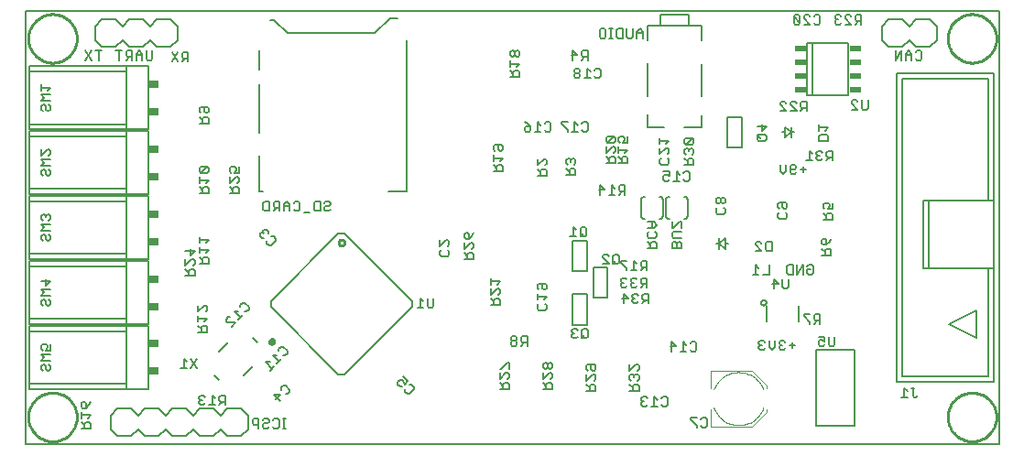
<source format=gbo>
G75*
G70*
%OFA0B0*%
%FSLAX24Y24*%
%IPPOS*%
%LPD*%
%AMOC8*
5,1,8,0,0,1.08239X$1,22.5*
%
%ADD10C,0.0080*%
%ADD11C,0.0060*%
%ADD12C,0.0100*%
%ADD13C,0.0050*%
%ADD14C,0.0040*%
%ADD15R,0.0375X0.0250*%
%ADD16R,0.0433X0.0193*%
D10*
X007843Y005637D02*
X007843Y021385D01*
X043276Y021385D01*
X043276Y005637D01*
X007843Y005637D01*
X010935Y006175D02*
X011185Y005925D01*
X011685Y005925D01*
X011935Y006175D01*
X012185Y005925D01*
X012685Y005925D01*
X012935Y006175D01*
X013185Y005925D01*
X013685Y005925D01*
X013935Y006175D01*
X014185Y005925D01*
X014685Y005925D01*
X014935Y006175D01*
X015185Y005925D01*
X015685Y005925D01*
X015935Y006175D01*
X015935Y006675D01*
X015685Y006925D01*
X015185Y006925D01*
X014935Y006675D01*
X014685Y006925D01*
X014185Y006925D01*
X013935Y006675D01*
X013685Y006925D01*
X013185Y006925D01*
X012935Y006675D01*
X012685Y006925D01*
X012185Y006925D01*
X011935Y006675D01*
X011685Y006925D01*
X011185Y006925D01*
X010935Y006675D01*
X010935Y006175D01*
X014713Y008125D02*
X014880Y007958D01*
X015771Y008125D02*
X016105Y008459D01*
X015214Y009350D02*
X014880Y009016D01*
X016105Y009517D02*
X016272Y009350D01*
X016782Y010626D02*
X019231Y008176D01*
X019454Y008176D01*
X021904Y010626D01*
X021904Y010849D01*
X019454Y013299D01*
X019231Y013299D01*
X016782Y010849D01*
X016782Y010626D01*
X030249Y013922D02*
X030249Y014552D01*
X030249Y014553D02*
X030254Y014569D01*
X030262Y014585D01*
X030272Y014599D01*
X030284Y014611D01*
X030299Y014621D01*
X030315Y014628D01*
X030332Y014632D01*
X030349Y014633D01*
X030367Y014631D01*
X030918Y014631D02*
X030936Y014633D01*
X030953Y014632D01*
X030970Y014628D01*
X030986Y014621D01*
X031001Y014611D01*
X031013Y014599D01*
X031023Y014585D01*
X031031Y014569D01*
X031036Y014553D01*
X031036Y014552D02*
X031036Y013922D01*
X031031Y013906D01*
X031023Y013890D01*
X031013Y013876D01*
X031001Y013864D01*
X030986Y013854D01*
X030970Y013847D01*
X030953Y013843D01*
X030936Y013842D01*
X030918Y013844D01*
X031149Y013922D02*
X031149Y014552D01*
X031149Y014553D02*
X031154Y014569D01*
X031162Y014585D01*
X031172Y014599D01*
X031184Y014611D01*
X031199Y014621D01*
X031215Y014628D01*
X031232Y014632D01*
X031249Y014633D01*
X031267Y014631D01*
X031818Y014631D02*
X031836Y014633D01*
X031853Y014632D01*
X031870Y014628D01*
X031886Y014621D01*
X031901Y014611D01*
X031913Y014599D01*
X031923Y014585D01*
X031931Y014569D01*
X031936Y014553D01*
X031936Y014552D02*
X031936Y013922D01*
X031931Y013906D01*
X031923Y013890D01*
X031913Y013876D01*
X031901Y013864D01*
X031886Y013854D01*
X031870Y013847D01*
X031853Y013843D01*
X031836Y013842D01*
X031818Y013844D01*
X031267Y013844D02*
X031249Y013842D01*
X031232Y013843D01*
X031215Y013847D01*
X031199Y013854D01*
X031184Y013864D01*
X031172Y013876D01*
X031162Y013890D01*
X031154Y013906D01*
X031149Y013922D01*
X030367Y013844D02*
X030349Y013842D01*
X030332Y013843D01*
X030315Y013847D01*
X030299Y013854D01*
X030284Y013864D01*
X030272Y013876D01*
X030262Y013890D01*
X030254Y013906D01*
X030249Y013922D01*
X030481Y017177D02*
X031081Y017177D01*
X031809Y017177D02*
X032449Y017177D01*
X032449Y017591D01*
X032449Y018289D02*
X032449Y019471D01*
X032449Y020335D02*
X032449Y020878D01*
X031977Y020878D01*
X031977Y021272D01*
X030953Y021272D01*
X030953Y020878D01*
X031977Y020878D01*
X030953Y020878D02*
X030481Y020878D01*
X030481Y020325D01*
X030481Y019502D02*
X030481Y018299D01*
X030481Y017621D02*
X030481Y017177D01*
X036295Y018343D02*
X036492Y018343D01*
X036492Y020232D01*
X036295Y020232D01*
X036295Y018343D01*
X036492Y018343D02*
X037791Y018343D01*
X037791Y020232D01*
X036492Y020232D01*
X038999Y020348D02*
X039249Y020098D01*
X039749Y020098D01*
X039999Y020348D01*
X040249Y020098D01*
X040749Y020098D01*
X040999Y020348D01*
X040999Y020848D01*
X040749Y021098D01*
X040249Y021098D01*
X039999Y020848D01*
X039749Y021098D01*
X039249Y021098D01*
X038999Y020848D01*
X038999Y020348D01*
X013376Y020348D02*
X013376Y020848D01*
X013126Y021098D01*
X012626Y021098D01*
X012376Y020848D01*
X012126Y021098D01*
X011626Y021098D01*
X011376Y020848D01*
X011126Y021098D01*
X010626Y021098D01*
X010376Y020848D01*
X010376Y020348D01*
X010626Y020098D01*
X011126Y020098D01*
X011376Y020348D01*
X011626Y020098D01*
X012126Y020098D01*
X012376Y020348D01*
X012626Y020098D01*
X013126Y020098D01*
X013376Y020348D01*
D11*
X013394Y019908D02*
X013168Y019567D01*
X013394Y019567D02*
X013168Y019908D01*
X013536Y019851D02*
X013536Y019738D01*
X013593Y019681D01*
X013763Y019681D01*
X013763Y019567D02*
X013763Y019908D01*
X013593Y019908D01*
X013536Y019851D01*
X013649Y019681D02*
X013536Y019567D01*
X012463Y019674D02*
X012463Y019958D01*
X012236Y019958D02*
X012236Y019674D01*
X012293Y019617D01*
X012406Y019617D01*
X012463Y019674D01*
X012094Y019617D02*
X012094Y019844D01*
X011981Y019958D01*
X011868Y019844D01*
X011868Y019617D01*
X011726Y019617D02*
X011726Y019958D01*
X011556Y019958D01*
X011499Y019901D01*
X011499Y019788D01*
X011556Y019731D01*
X011726Y019731D01*
X011613Y019731D02*
X011499Y019617D01*
X011244Y019617D02*
X011244Y019958D01*
X011131Y019958D02*
X011358Y019958D01*
X011868Y019788D02*
X012094Y019788D01*
X010613Y019958D02*
X010386Y019958D01*
X010499Y019958D02*
X010499Y019617D01*
X010244Y019617D02*
X010018Y019958D01*
X010244Y019958D02*
X010018Y019617D01*
X008411Y018724D02*
X008411Y018497D01*
X008411Y018611D02*
X008751Y018611D01*
X008638Y018497D01*
X008751Y018356D02*
X008411Y018356D01*
X008524Y018242D01*
X008411Y018129D01*
X008751Y018129D01*
X008695Y017987D02*
X008751Y017931D01*
X008751Y017817D01*
X008695Y017760D01*
X008638Y017760D01*
X008581Y017817D01*
X008581Y017931D01*
X008524Y017987D01*
X008468Y017987D01*
X008411Y017931D01*
X008411Y017817D01*
X008468Y017760D01*
X008411Y016362D02*
X008411Y016135D01*
X008638Y016362D01*
X008695Y016362D01*
X008751Y016305D01*
X008751Y016192D01*
X008695Y016135D01*
X008751Y015993D02*
X008411Y015993D01*
X008524Y015880D01*
X008411Y015767D01*
X008751Y015767D01*
X008695Y015625D02*
X008751Y015568D01*
X008751Y015455D01*
X008695Y015398D01*
X008638Y015398D01*
X008581Y015455D01*
X008581Y015568D01*
X008524Y015625D01*
X008468Y015625D01*
X008411Y015568D01*
X008411Y015455D01*
X008468Y015398D01*
X008468Y014000D02*
X008411Y013943D01*
X008411Y013829D01*
X008468Y013773D01*
X008411Y013631D02*
X008751Y013631D01*
X008695Y013773D02*
X008751Y013829D01*
X008751Y013943D01*
X008695Y014000D01*
X008638Y014000D01*
X008581Y013943D01*
X008524Y014000D01*
X008468Y014000D01*
X008581Y013943D02*
X008581Y013886D01*
X008411Y013631D02*
X008524Y013518D01*
X008411Y013404D01*
X008751Y013404D01*
X008695Y013263D02*
X008751Y013206D01*
X008751Y013093D01*
X008695Y013036D01*
X008638Y013036D01*
X008581Y013093D01*
X008581Y013206D01*
X008524Y013263D01*
X008468Y013263D01*
X008411Y013206D01*
X008411Y013093D01*
X008468Y013036D01*
X008581Y011637D02*
X008581Y011411D01*
X008751Y011581D01*
X008411Y011581D01*
X008411Y011269D02*
X008751Y011269D01*
X008751Y011042D02*
X008411Y011042D01*
X008524Y011156D01*
X008411Y011269D01*
X008468Y010901D02*
X008411Y010844D01*
X008411Y010731D01*
X008468Y010674D01*
X008581Y010731D02*
X008581Y010844D01*
X008524Y010901D01*
X008468Y010901D01*
X008581Y010731D02*
X008638Y010674D01*
X008695Y010674D01*
X008751Y010731D01*
X008751Y010844D01*
X008695Y010901D01*
X008751Y009275D02*
X008751Y009048D01*
X008581Y009048D01*
X008638Y009162D01*
X008638Y009218D01*
X008581Y009275D01*
X008468Y009275D01*
X008411Y009218D01*
X008411Y009105D01*
X008468Y009048D01*
X008411Y008907D02*
X008751Y008907D01*
X008751Y008680D02*
X008411Y008680D01*
X008524Y008793D01*
X008411Y008907D01*
X008468Y008539D02*
X008411Y008482D01*
X008411Y008368D01*
X008468Y008312D01*
X008581Y008368D02*
X008581Y008482D01*
X008524Y008539D01*
X008468Y008539D01*
X008581Y008368D02*
X008638Y008312D01*
X008695Y008312D01*
X008751Y008368D01*
X008751Y008482D01*
X008695Y008539D01*
X009929Y007176D02*
X009986Y007176D01*
X010043Y007119D01*
X010043Y006949D01*
X009929Y006949D01*
X009873Y007006D01*
X009873Y007119D01*
X009929Y007176D01*
X010156Y007063D02*
X010043Y006949D01*
X010156Y007063D02*
X010213Y007176D01*
X009873Y006808D02*
X009873Y006581D01*
X009873Y006694D02*
X010213Y006694D01*
X010100Y006581D01*
X010156Y006439D02*
X010043Y006439D01*
X009986Y006383D01*
X009986Y006212D01*
X009873Y006212D02*
X010213Y006212D01*
X010213Y006383D01*
X010156Y006439D01*
X009986Y006326D02*
X009873Y006439D01*
X013494Y008405D02*
X013721Y008405D01*
X013608Y008405D02*
X013608Y008745D01*
X013721Y008632D01*
X013863Y008745D02*
X014090Y008405D01*
X013863Y008405D02*
X014090Y008745D01*
X014123Y009717D02*
X014463Y009717D01*
X014463Y009888D01*
X014406Y009944D01*
X014293Y009944D01*
X014236Y009888D01*
X014236Y009717D01*
X014236Y009831D02*
X014123Y009944D01*
X014123Y010086D02*
X014123Y010313D01*
X014123Y010199D02*
X014463Y010199D01*
X014350Y010086D01*
X014406Y010454D02*
X014463Y010511D01*
X014463Y010624D01*
X014406Y010681D01*
X014350Y010681D01*
X014123Y010454D01*
X014123Y010681D01*
X015133Y010182D02*
X015213Y010262D01*
X015293Y010262D01*
X015133Y010182D02*
X015133Y010102D01*
X015173Y010061D01*
X015494Y010061D01*
X015333Y009901D01*
X015594Y010161D02*
X015754Y010322D01*
X015674Y010242D02*
X015433Y010482D01*
X015594Y010482D01*
X015654Y010622D02*
X015654Y010703D01*
X015734Y010783D01*
X015814Y010783D01*
X015974Y010622D01*
X015974Y010542D01*
X015894Y010462D01*
X015814Y010462D01*
X017134Y009183D02*
X017214Y009183D01*
X017374Y009022D01*
X017374Y008942D01*
X017294Y008862D01*
X017214Y008862D01*
X017154Y008722D02*
X016994Y008561D01*
X017074Y008642D02*
X016833Y008882D01*
X016994Y008882D01*
X017054Y009022D02*
X017054Y009103D01*
X017134Y009183D01*
X016733Y008622D02*
X016573Y008622D01*
X016813Y008381D01*
X016894Y008461D02*
X016733Y008301D01*
X017223Y007772D02*
X017304Y007772D01*
X017464Y007612D01*
X017464Y007532D01*
X017384Y007452D01*
X017304Y007452D01*
X017123Y007432D02*
X016963Y007271D01*
X017123Y007191D02*
X016883Y007432D01*
X017123Y007432D01*
X017143Y007612D02*
X017143Y007692D01*
X017223Y007772D01*
X017200Y006558D02*
X017313Y006558D01*
X017257Y006558D02*
X017257Y006217D01*
X017313Y006217D02*
X017200Y006217D01*
X017068Y006274D02*
X017011Y006217D01*
X016898Y006217D01*
X016841Y006274D01*
X016699Y006274D02*
X016643Y006217D01*
X016529Y006217D01*
X016473Y006274D01*
X016473Y006331D01*
X016529Y006388D01*
X016643Y006388D01*
X016699Y006444D01*
X016699Y006501D01*
X016643Y006558D01*
X016529Y006558D01*
X016473Y006501D01*
X016331Y006558D02*
X016161Y006558D01*
X016104Y006501D01*
X016104Y006388D01*
X016161Y006331D01*
X016331Y006331D01*
X016331Y006217D02*
X016331Y006558D01*
X016841Y006501D02*
X016898Y006558D01*
X017011Y006558D01*
X017068Y006501D01*
X017068Y006274D01*
X015118Y007067D02*
X015118Y007408D01*
X014948Y007408D01*
X014891Y007351D01*
X014891Y007238D01*
X014948Y007181D01*
X015118Y007181D01*
X015004Y007181D02*
X014891Y007067D01*
X014749Y007067D02*
X014523Y007067D01*
X014636Y007067D02*
X014636Y007408D01*
X014749Y007294D01*
X014381Y007351D02*
X014324Y007408D01*
X014211Y007408D01*
X014154Y007351D01*
X014154Y007294D01*
X014211Y007238D01*
X014154Y007181D01*
X014154Y007124D01*
X014211Y007067D01*
X014324Y007067D01*
X014381Y007124D01*
X014268Y007238D02*
X014211Y007238D01*
X021397Y007807D02*
X021477Y007727D01*
X021557Y007727D01*
X021637Y007807D02*
X021597Y007927D01*
X021557Y007967D01*
X021477Y007967D01*
X021397Y007887D01*
X021397Y007807D01*
X021637Y007807D02*
X021757Y007927D01*
X021597Y008088D01*
X021817Y007787D02*
X021898Y007787D01*
X021978Y007707D01*
X021978Y007627D01*
X021817Y007466D01*
X021737Y007466D01*
X021657Y007546D01*
X021657Y007627D01*
X025102Y007630D02*
X025442Y007630D01*
X025442Y007800D01*
X025385Y007856D01*
X025272Y007856D01*
X025215Y007800D01*
X025215Y007630D01*
X025215Y007743D02*
X025102Y007856D01*
X025102Y007998D02*
X025329Y008225D01*
X025385Y008225D01*
X025442Y008168D01*
X025442Y008055D01*
X025385Y007998D01*
X025102Y007998D02*
X025102Y008225D01*
X025102Y008366D02*
X025159Y008366D01*
X025385Y008593D01*
X025442Y008593D01*
X025442Y008366D01*
X025561Y009217D02*
X025674Y009217D01*
X025731Y009274D01*
X025731Y009331D01*
X025674Y009388D01*
X025561Y009388D01*
X025504Y009331D01*
X025504Y009274D01*
X025561Y009217D01*
X025561Y009388D02*
X025504Y009444D01*
X025504Y009501D01*
X025561Y009558D01*
X025674Y009558D01*
X025731Y009501D01*
X025731Y009444D01*
X025674Y009388D01*
X025873Y009388D02*
X025929Y009331D01*
X026099Y009331D01*
X025986Y009331D02*
X025873Y009217D01*
X025873Y009388D02*
X025873Y009501D01*
X025929Y009558D01*
X026099Y009558D01*
X026099Y009217D01*
X026733Y008593D02*
X026677Y008536D01*
X026677Y008423D01*
X026733Y008366D01*
X026790Y008366D01*
X026847Y008423D01*
X026847Y008536D01*
X026790Y008593D01*
X026733Y008593D01*
X026847Y008536D02*
X026904Y008593D01*
X026960Y008593D01*
X027017Y008536D01*
X027017Y008423D01*
X026960Y008366D01*
X026904Y008366D01*
X026847Y008423D01*
X026904Y008225D02*
X026960Y008225D01*
X027017Y008168D01*
X027017Y008055D01*
X026960Y007998D01*
X026960Y007856D02*
X026847Y007856D01*
X026790Y007800D01*
X026790Y007630D01*
X026790Y007743D02*
X026677Y007856D01*
X026677Y007998D02*
X026904Y008225D01*
X026677Y008225D02*
X026677Y007998D01*
X026960Y007856D02*
X027017Y007800D01*
X027017Y007630D01*
X026677Y007630D01*
X028252Y007580D02*
X028592Y007580D01*
X028592Y007750D01*
X028535Y007806D01*
X028422Y007806D01*
X028365Y007750D01*
X028365Y007580D01*
X028365Y007693D02*
X028252Y007806D01*
X028252Y007948D02*
X028478Y008175D01*
X028535Y008175D01*
X028592Y008118D01*
X028592Y008005D01*
X028535Y007948D01*
X028252Y007948D02*
X028252Y008175D01*
X028308Y008316D02*
X028252Y008373D01*
X028252Y008486D01*
X028308Y008543D01*
X028535Y008543D01*
X028592Y008486D01*
X028592Y008373D01*
X028535Y008316D01*
X028478Y008316D01*
X028422Y008373D01*
X028422Y008543D01*
X028253Y009493D02*
X028310Y009549D01*
X028310Y009776D01*
X028253Y009833D01*
X028140Y009833D01*
X028083Y009776D01*
X028083Y009549D01*
X028140Y009493D01*
X028253Y009493D01*
X028197Y009606D02*
X028083Y009493D01*
X027942Y009549D02*
X027885Y009493D01*
X027772Y009493D01*
X027715Y009549D01*
X027715Y009606D01*
X027772Y009663D01*
X027828Y009663D01*
X027772Y009663D02*
X027715Y009719D01*
X027715Y009776D01*
X027772Y009833D01*
X027885Y009833D01*
X027942Y009776D01*
X027758Y009980D02*
X028278Y009980D01*
X028278Y011100D01*
X027758Y011100D01*
X027758Y009980D01*
X026813Y010574D02*
X026756Y010517D01*
X026529Y010517D01*
X026473Y010574D01*
X026473Y010688D01*
X026529Y010744D01*
X026473Y010886D02*
X026473Y011113D01*
X026473Y010999D02*
X026813Y010999D01*
X026700Y010886D01*
X026756Y010744D02*
X026813Y010688D01*
X026813Y010574D01*
X026756Y011254D02*
X026700Y011254D01*
X026643Y011311D01*
X026643Y011481D01*
X026756Y011481D02*
X026813Y011424D01*
X026813Y011311D01*
X026756Y011254D01*
X026529Y011254D02*
X026473Y011311D01*
X026473Y011424D01*
X026529Y011481D01*
X026756Y011481D01*
X027758Y011931D02*
X028278Y011931D01*
X028278Y013051D01*
X027758Y013051D01*
X027758Y011931D01*
X028508Y012075D02*
X028508Y010955D01*
X029028Y010955D01*
X029028Y012075D01*
X028508Y012075D01*
X028840Y012193D02*
X029067Y012193D01*
X028840Y012419D01*
X028840Y012476D01*
X028896Y012533D01*
X029010Y012533D01*
X029067Y012476D01*
X029208Y012476D02*
X029208Y012249D01*
X029265Y012193D01*
X029378Y012193D01*
X029435Y012249D01*
X029435Y012476D01*
X029378Y012533D01*
X029265Y012533D01*
X029208Y012476D01*
X029321Y012306D02*
X029208Y012193D01*
X029499Y012248D02*
X029726Y012021D01*
X029726Y011964D01*
X029867Y011964D02*
X030094Y011964D01*
X029981Y011964D02*
X029981Y012305D01*
X030094Y012191D01*
X030236Y012134D02*
X030292Y012078D01*
X030462Y012078D01*
X030349Y012078D02*
X030236Y011964D01*
X030236Y012134D02*
X030236Y012248D01*
X030292Y012305D01*
X030462Y012305D01*
X030462Y011964D01*
X030462Y011680D02*
X030292Y011680D01*
X030236Y011623D01*
X030236Y011510D01*
X030292Y011453D01*
X030462Y011453D01*
X030349Y011453D02*
X030236Y011339D01*
X030094Y011396D02*
X030037Y011339D01*
X029924Y011339D01*
X029867Y011396D01*
X029867Y011453D01*
X029924Y011510D01*
X029981Y011510D01*
X029924Y011510D02*
X029867Y011566D01*
X029867Y011623D01*
X029924Y011680D01*
X030037Y011680D01*
X030094Y011623D01*
X029726Y011623D02*
X029669Y011680D01*
X029556Y011680D01*
X029499Y011623D01*
X029499Y011566D01*
X029556Y011510D01*
X029499Y011453D01*
X029499Y011396D01*
X029556Y011339D01*
X029669Y011339D01*
X029726Y011396D01*
X029612Y011510D02*
X029556Y011510D01*
X029606Y011105D02*
X029776Y010935D01*
X029549Y010935D01*
X029606Y010765D02*
X029606Y011105D01*
X029917Y011048D02*
X029917Y010992D01*
X029974Y010935D01*
X029917Y010878D01*
X029917Y010821D01*
X029974Y010765D01*
X030087Y010765D01*
X030144Y010821D01*
X030286Y010765D02*
X030399Y010878D01*
X030342Y010878D02*
X030512Y010878D01*
X030512Y010765D02*
X030512Y011105D01*
X030342Y011105D01*
X030286Y011048D01*
X030286Y010935D01*
X030342Y010878D01*
X030144Y011048D02*
X030087Y011105D01*
X029974Y011105D01*
X029917Y011048D01*
X029974Y010935D02*
X030031Y010935D01*
X030462Y011339D02*
X030462Y011680D01*
X029499Y012248D02*
X029499Y012305D01*
X029726Y012305D01*
X030473Y012762D02*
X030813Y012762D01*
X030813Y012933D01*
X030756Y012989D01*
X030643Y012989D01*
X030586Y012933D01*
X030586Y012762D01*
X030586Y012876D02*
X030473Y012989D01*
X030529Y013131D02*
X030473Y013187D01*
X030473Y013301D01*
X030529Y013358D01*
X030473Y013499D02*
X030700Y013499D01*
X030813Y013613D01*
X030700Y013726D01*
X030473Y013726D01*
X030643Y013726D02*
X030643Y013499D01*
X030756Y013358D02*
X030813Y013301D01*
X030813Y013187D01*
X030756Y013131D01*
X030529Y013131D01*
X031373Y013187D02*
X031429Y013131D01*
X031713Y013131D01*
X031656Y012989D02*
X031600Y012989D01*
X031543Y012933D01*
X031543Y012762D01*
X031373Y012762D02*
X031713Y012762D01*
X031713Y012933D01*
X031656Y012989D01*
X031543Y012933D02*
X031486Y012989D01*
X031429Y012989D01*
X031373Y012933D01*
X031373Y012762D01*
X031373Y013187D02*
X031373Y013301D01*
X031429Y013358D01*
X031713Y013358D01*
X031713Y013499D02*
X031713Y013726D01*
X031656Y013726D01*
X031429Y013499D01*
X031373Y013499D01*
X031373Y013726D01*
X032973Y014074D02*
X033029Y014017D01*
X033256Y014017D01*
X033313Y014074D01*
X033313Y014188D01*
X033256Y014244D01*
X033256Y014386D02*
X033200Y014386D01*
X033143Y014442D01*
X033143Y014556D01*
X033086Y014613D01*
X033029Y014613D01*
X032973Y014556D01*
X032973Y014442D01*
X033029Y014386D01*
X033086Y014386D01*
X033143Y014442D01*
X033143Y014556D02*
X033200Y014613D01*
X033256Y014613D01*
X033313Y014556D01*
X033313Y014442D01*
X033256Y014386D01*
X033029Y014244D02*
X032973Y014188D01*
X032973Y014074D01*
X031961Y015217D02*
X031848Y015217D01*
X031791Y015274D01*
X031649Y015217D02*
X031423Y015217D01*
X031536Y015217D02*
X031536Y015558D01*
X031649Y015444D01*
X031791Y015501D02*
X031848Y015558D01*
X031961Y015558D01*
X032018Y015501D01*
X032018Y015274D01*
X031961Y015217D01*
X031281Y015274D02*
X031224Y015217D01*
X031111Y015217D01*
X031054Y015274D01*
X031054Y015388D01*
X031111Y015444D01*
X031168Y015444D01*
X031281Y015388D01*
X031281Y015558D01*
X031054Y015558D01*
X030979Y015817D02*
X030923Y015874D01*
X030923Y015988D01*
X030979Y016044D01*
X030923Y016186D02*
X031150Y016413D01*
X031206Y016413D01*
X031263Y016356D01*
X031263Y016242D01*
X031206Y016186D01*
X031206Y016044D02*
X031263Y015988D01*
X031263Y015874D01*
X031206Y015817D01*
X030979Y015817D01*
X030923Y016186D02*
X030923Y016413D01*
X030923Y016554D02*
X030923Y016781D01*
X030923Y016667D02*
X031263Y016667D01*
X031150Y016554D01*
X031823Y016606D02*
X031823Y016719D01*
X031879Y016776D01*
X032106Y016776D01*
X031879Y016549D01*
X031823Y016606D01*
X031879Y016549D02*
X032106Y016549D01*
X032163Y016606D01*
X032163Y016719D01*
X032106Y016776D01*
X032106Y016408D02*
X032050Y016408D01*
X031993Y016351D01*
X031936Y016408D01*
X031879Y016408D01*
X031823Y016351D01*
X031823Y016237D01*
X031879Y016181D01*
X031823Y016039D02*
X031936Y015926D01*
X031936Y015983D02*
X031936Y015812D01*
X031823Y015812D02*
X032163Y015812D01*
X032163Y015983D01*
X032106Y016039D01*
X031993Y016039D01*
X031936Y015983D01*
X032106Y016181D02*
X032163Y016237D01*
X032163Y016351D01*
X032106Y016408D01*
X031993Y016351D02*
X031993Y016294D01*
X033383Y016427D02*
X033903Y016427D01*
X033903Y017547D01*
X033383Y017547D01*
X033383Y016427D01*
X034473Y016724D02*
X034529Y016667D01*
X034756Y016667D01*
X034813Y016724D01*
X034813Y016838D01*
X034756Y016894D01*
X034529Y016894D01*
X034473Y016838D01*
X034473Y016724D01*
X034586Y016781D02*
X034473Y016894D01*
X034643Y017036D02*
X034643Y017263D01*
X034473Y017206D02*
X034813Y017206D01*
X034643Y017036D01*
X035304Y017767D02*
X035531Y017767D01*
X035304Y017994D01*
X035304Y018051D01*
X035361Y018108D01*
X035474Y018108D01*
X035531Y018051D01*
X035673Y018051D02*
X035729Y018108D01*
X035843Y018108D01*
X035899Y018051D01*
X036041Y018051D02*
X036041Y017938D01*
X036098Y017881D01*
X036268Y017881D01*
X036268Y017767D02*
X036268Y018108D01*
X036098Y018108D01*
X036041Y018051D01*
X036154Y017881D02*
X036041Y017767D01*
X035899Y017767D02*
X035673Y017994D01*
X035673Y018051D01*
X035673Y017767D02*
X035899Y017767D01*
X036723Y017276D02*
X036723Y017049D01*
X036723Y017163D02*
X037063Y017163D01*
X036950Y017049D01*
X037006Y016908D02*
X036779Y016908D01*
X036723Y016851D01*
X036723Y016681D01*
X037063Y016681D01*
X037063Y016851D01*
X037006Y016908D01*
X037048Y016308D02*
X036991Y016251D01*
X036991Y016138D01*
X037048Y016081D01*
X037218Y016081D01*
X037218Y015967D02*
X037218Y016308D01*
X037048Y016308D01*
X036849Y016251D02*
X036793Y016308D01*
X036679Y016308D01*
X036623Y016251D01*
X036623Y016194D01*
X036679Y016138D01*
X036623Y016081D01*
X036623Y016024D01*
X036679Y015967D01*
X036793Y015967D01*
X036849Y016024D01*
X036991Y015967D02*
X037104Y016081D01*
X036736Y016138D02*
X036679Y016138D01*
X036481Y016194D02*
X036368Y016308D01*
X036368Y015967D01*
X036481Y015967D02*
X036254Y015967D01*
X036149Y015751D02*
X036149Y015524D01*
X036036Y015638D02*
X036263Y015638D01*
X035894Y015694D02*
X035838Y015638D01*
X035668Y015638D01*
X035668Y015751D02*
X035724Y015808D01*
X035838Y015808D01*
X035894Y015751D01*
X035894Y015694D01*
X035894Y015524D02*
X035838Y015467D01*
X035724Y015467D01*
X035668Y015524D01*
X035668Y015751D01*
X035526Y015808D02*
X035526Y015581D01*
X035413Y015467D01*
X035299Y015581D01*
X035299Y015808D01*
X035279Y014426D02*
X035506Y014426D01*
X035563Y014369D01*
X035563Y014256D01*
X035506Y014199D01*
X035450Y014199D01*
X035393Y014256D01*
X035393Y014426D01*
X035279Y014426D02*
X035223Y014369D01*
X035223Y014256D01*
X035279Y014199D01*
X035279Y014058D02*
X035223Y014001D01*
X035223Y013887D01*
X035279Y013831D01*
X035506Y013831D01*
X035563Y013887D01*
X035563Y014001D01*
X035506Y014058D01*
X036873Y014044D02*
X036986Y013931D01*
X036986Y013988D02*
X036986Y013817D01*
X036873Y013817D02*
X037213Y013817D01*
X037213Y013988D01*
X037156Y014044D01*
X037043Y014044D01*
X036986Y013988D01*
X036929Y014186D02*
X036873Y014242D01*
X036873Y014356D01*
X036929Y014413D01*
X037043Y014413D01*
X037100Y014356D01*
X037100Y014299D01*
X037043Y014186D01*
X037213Y014186D01*
X037213Y014413D01*
X037163Y013113D02*
X037106Y012999D01*
X036993Y012886D01*
X036993Y013056D01*
X036936Y013113D01*
X036879Y013113D01*
X036823Y013056D01*
X036823Y012942D01*
X036879Y012886D01*
X036993Y012886D01*
X036993Y012744D02*
X036936Y012688D01*
X036936Y012517D01*
X036823Y012517D02*
X037163Y012517D01*
X037163Y012688D01*
X037106Y012744D01*
X036993Y012744D01*
X036936Y012631D02*
X036823Y012744D01*
X036456Y012158D02*
X036513Y012101D01*
X036513Y011874D01*
X036456Y011817D01*
X036343Y011817D01*
X036286Y011874D01*
X036286Y011988D01*
X036399Y011988D01*
X036286Y012101D02*
X036343Y012158D01*
X036456Y012158D01*
X036144Y012158D02*
X035918Y011817D01*
X035918Y012158D01*
X035776Y012158D02*
X035606Y012158D01*
X035549Y012101D01*
X035549Y011874D01*
X035606Y011817D01*
X035776Y011817D01*
X035776Y012158D01*
X036144Y012158D02*
X036144Y011817D01*
X035603Y011644D02*
X035603Y011360D01*
X035547Y011303D01*
X035433Y011303D01*
X035376Y011360D01*
X035376Y011644D01*
X035235Y011473D02*
X035008Y011473D01*
X035065Y011303D02*
X035065Y011644D01*
X035235Y011473D01*
X034899Y011817D02*
X034673Y011817D01*
X034531Y011817D02*
X034304Y011817D01*
X034418Y011817D02*
X034418Y012158D01*
X034531Y012044D01*
X034899Y012158D02*
X034899Y011817D01*
X034829Y012667D02*
X034773Y012724D01*
X034773Y012951D01*
X034829Y013008D01*
X034999Y013008D01*
X034999Y012667D01*
X034829Y012667D01*
X034631Y012667D02*
X034404Y012894D01*
X034404Y012951D01*
X034461Y013008D01*
X034574Y013008D01*
X034631Y012951D01*
X034631Y012667D02*
X034404Y012667D01*
X036168Y010358D02*
X036168Y010301D01*
X036394Y010074D01*
X036394Y010017D01*
X036536Y010017D02*
X036649Y010131D01*
X036593Y010131D02*
X036763Y010131D01*
X036763Y010017D02*
X036763Y010358D01*
X036593Y010358D01*
X036536Y010301D01*
X036536Y010188D01*
X036593Y010131D01*
X036394Y010358D02*
X036168Y010358D01*
X036700Y009539D02*
X036927Y009539D01*
X036927Y009369D01*
X036813Y009426D01*
X036757Y009426D01*
X036700Y009369D01*
X036700Y009256D01*
X036757Y009199D01*
X036870Y009199D01*
X036927Y009256D01*
X037068Y009256D02*
X037068Y009539D01*
X037295Y009539D02*
X037295Y009256D01*
X037238Y009199D01*
X037125Y009199D01*
X037068Y009256D01*
X035863Y009238D02*
X035636Y009238D01*
X035749Y009351D02*
X035749Y009124D01*
X035494Y009124D02*
X035438Y009067D01*
X035324Y009067D01*
X035268Y009124D01*
X035268Y009181D01*
X035324Y009238D01*
X035381Y009238D01*
X035324Y009238D02*
X035268Y009294D01*
X035268Y009351D01*
X035324Y009408D01*
X035438Y009408D01*
X035494Y009351D01*
X035126Y009408D02*
X035126Y009181D01*
X035013Y009067D01*
X034899Y009181D01*
X034899Y009408D01*
X034758Y009351D02*
X034701Y009408D01*
X034588Y009408D01*
X034531Y009351D01*
X034531Y009294D01*
X034588Y009238D01*
X034531Y009181D01*
X034531Y009124D01*
X034588Y009067D01*
X034701Y009067D01*
X034758Y009124D01*
X034644Y009238D02*
X034588Y009238D01*
X032263Y009301D02*
X032263Y009074D01*
X032206Y009017D01*
X032093Y009017D01*
X032036Y009074D01*
X031894Y009017D02*
X031668Y009017D01*
X031781Y009017D02*
X031781Y009358D01*
X031894Y009244D01*
X032036Y009301D02*
X032093Y009358D01*
X032206Y009358D01*
X032263Y009301D01*
X031526Y009188D02*
X031299Y009188D01*
X031356Y009358D02*
X031526Y009188D01*
X031356Y009358D02*
X031356Y009017D01*
X030167Y008486D02*
X030167Y008373D01*
X030110Y008316D01*
X030110Y008175D02*
X030053Y008175D01*
X029996Y008118D01*
X029940Y008175D01*
X029883Y008175D01*
X029826Y008118D01*
X029826Y008005D01*
X029883Y007948D01*
X029826Y007806D02*
X029940Y007693D01*
X029940Y007750D02*
X029940Y007580D01*
X029826Y007580D02*
X030167Y007580D01*
X030167Y007750D01*
X030110Y007806D01*
X029996Y007806D01*
X029940Y007750D01*
X030110Y007948D02*
X030167Y008005D01*
X030167Y008118D01*
X030110Y008175D01*
X029996Y008118D02*
X029996Y008061D01*
X029826Y008316D02*
X030053Y008543D01*
X030110Y008543D01*
X030167Y008486D01*
X029826Y008543D02*
X029826Y008316D01*
X030306Y007358D02*
X030249Y007301D01*
X030249Y007244D01*
X030306Y007188D01*
X030249Y007131D01*
X030249Y007074D01*
X030306Y007017D01*
X030419Y007017D01*
X030476Y007074D01*
X030618Y007017D02*
X030844Y007017D01*
X030731Y007017D02*
X030731Y007358D01*
X030844Y007244D01*
X030986Y007301D02*
X031043Y007358D01*
X031156Y007358D01*
X031213Y007301D01*
X031213Y007074D01*
X031156Y007017D01*
X031043Y007017D01*
X030986Y007074D01*
X030476Y007301D02*
X030419Y007358D01*
X030306Y007358D01*
X030306Y007188D02*
X030363Y007188D01*
X032041Y006590D02*
X032041Y006534D01*
X032268Y006307D01*
X032268Y006250D01*
X032410Y006307D02*
X032466Y006250D01*
X032580Y006250D01*
X032636Y006307D01*
X032636Y006534D01*
X032580Y006590D01*
X032466Y006590D01*
X032410Y006534D01*
X032268Y006590D02*
X032041Y006590D01*
X025113Y010712D02*
X025113Y010883D01*
X025056Y010939D01*
X024943Y010939D01*
X024886Y010883D01*
X024886Y010712D01*
X024773Y010712D02*
X025113Y010712D01*
X024886Y010826D02*
X024773Y010939D01*
X024773Y011081D02*
X025000Y011308D01*
X025056Y011308D01*
X025113Y011251D01*
X025113Y011137D01*
X025056Y011081D01*
X024773Y011081D02*
X024773Y011308D01*
X024773Y011449D02*
X024773Y011676D01*
X024773Y011563D02*
X025113Y011563D01*
X025000Y011449D01*
X024152Y012366D02*
X024152Y012536D01*
X024096Y012593D01*
X023982Y012593D01*
X023926Y012536D01*
X023926Y012366D01*
X023926Y012480D02*
X023812Y012593D01*
X023812Y012735D02*
X024039Y012961D01*
X024096Y012961D01*
X024152Y012905D01*
X024152Y012791D01*
X024096Y012735D01*
X023812Y012735D02*
X023812Y012961D01*
X023869Y013103D02*
X023812Y013160D01*
X023812Y013273D01*
X023869Y013330D01*
X023926Y013330D01*
X023982Y013273D01*
X023982Y013103D01*
X023869Y013103D01*
X023982Y013103D02*
X024096Y013216D01*
X024152Y013330D01*
X023263Y013006D02*
X023263Y012892D01*
X023206Y012836D01*
X023206Y012694D02*
X023263Y012638D01*
X023263Y012524D01*
X023206Y012467D01*
X022979Y012467D01*
X022923Y012524D01*
X022923Y012638D01*
X022979Y012694D01*
X022923Y012836D02*
X023150Y013063D01*
X023206Y013063D01*
X023263Y013006D01*
X022923Y013063D02*
X022923Y012836D01*
X023812Y012366D02*
X024152Y012366D01*
X022696Y010949D02*
X022696Y010665D01*
X022639Y010608D01*
X022526Y010608D01*
X022469Y010665D01*
X022469Y010949D01*
X022328Y010835D02*
X022214Y010949D01*
X022214Y010608D01*
X022101Y010608D02*
X022328Y010608D01*
X016947Y013030D02*
X016786Y012870D01*
X016706Y012870D01*
X016626Y012950D01*
X016626Y013030D01*
X016526Y013130D02*
X016446Y013130D01*
X016366Y013211D01*
X016366Y013291D01*
X016406Y013331D01*
X016486Y013331D01*
X016526Y013291D01*
X016486Y013331D02*
X016486Y013411D01*
X016526Y013451D01*
X016606Y013451D01*
X016686Y013371D01*
X016686Y013291D01*
X016786Y013191D02*
X016867Y013191D01*
X016947Y013111D01*
X016947Y013030D01*
X016866Y014126D02*
X016979Y014239D01*
X016923Y014239D02*
X017093Y014239D01*
X017093Y014126D02*
X017093Y014466D01*
X016923Y014466D01*
X016866Y014409D01*
X016866Y014296D01*
X016923Y014239D01*
X016724Y014126D02*
X016724Y014466D01*
X016554Y014466D01*
X016498Y014409D01*
X016498Y014182D01*
X016554Y014126D01*
X016724Y014126D01*
X017234Y014126D02*
X017234Y014353D01*
X017348Y014466D01*
X017461Y014353D01*
X017461Y014126D01*
X017602Y014182D02*
X017659Y014126D01*
X017773Y014126D01*
X017829Y014182D01*
X017829Y014409D01*
X017773Y014466D01*
X017659Y014466D01*
X017602Y014409D01*
X017461Y014296D02*
X017234Y014296D01*
X017971Y014069D02*
X018198Y014069D01*
X018339Y014182D02*
X018339Y014409D01*
X018396Y014466D01*
X018566Y014466D01*
X018566Y014126D01*
X018396Y014126D01*
X018339Y014182D01*
X018707Y014182D02*
X018764Y014126D01*
X018878Y014126D01*
X018934Y014182D01*
X018878Y014296D02*
X018764Y014296D01*
X018707Y014239D01*
X018707Y014182D01*
X018878Y014296D02*
X018934Y014353D01*
X018934Y014409D01*
X018878Y014466D01*
X018764Y014466D01*
X018707Y014409D01*
X015613Y014762D02*
X015613Y014933D01*
X015556Y014989D01*
X015443Y014989D01*
X015386Y014933D01*
X015386Y014762D01*
X015273Y014762D02*
X015613Y014762D01*
X015386Y014876D02*
X015273Y014989D01*
X015273Y015131D02*
X015500Y015358D01*
X015556Y015358D01*
X015613Y015301D01*
X015613Y015187D01*
X015556Y015131D01*
X015273Y015131D02*
X015273Y015358D01*
X015329Y015499D02*
X015273Y015556D01*
X015273Y015669D01*
X015329Y015726D01*
X015443Y015726D01*
X015500Y015669D01*
X015500Y015613D01*
X015443Y015499D01*
X015613Y015499D01*
X015613Y015726D01*
X014513Y015674D02*
X014456Y015731D01*
X014229Y015504D01*
X014173Y015561D01*
X014173Y015674D01*
X014229Y015731D01*
X014456Y015731D01*
X014513Y015674D02*
X014513Y015561D01*
X014456Y015504D01*
X014229Y015504D01*
X014173Y015363D02*
X014173Y015136D01*
X014173Y015249D02*
X014513Y015249D01*
X014400Y015136D01*
X014456Y014994D02*
X014343Y014994D01*
X014286Y014938D01*
X014286Y014767D01*
X014173Y014767D02*
X014513Y014767D01*
X014513Y014938D01*
X014456Y014994D01*
X014286Y014881D02*
X014173Y014994D01*
X014173Y013181D02*
X014173Y012954D01*
X014173Y013067D02*
X014513Y013067D01*
X014400Y012954D01*
X014173Y012813D02*
X014173Y012586D01*
X014173Y012699D02*
X014513Y012699D01*
X014400Y012586D01*
X014456Y012444D02*
X014343Y012444D01*
X014286Y012388D01*
X014286Y012217D01*
X014173Y012217D02*
X014513Y012217D01*
X014513Y012388D01*
X014456Y012444D01*
X014286Y012331D02*
X014173Y012444D01*
X014002Y012299D02*
X014002Y012186D01*
X013946Y012129D01*
X013946Y011988D02*
X013832Y011988D01*
X013776Y011931D01*
X013776Y011761D01*
X013776Y011874D02*
X013662Y011988D01*
X013662Y012129D02*
X013889Y012356D01*
X013946Y012356D01*
X014002Y012299D01*
X013832Y012498D02*
X013832Y012724D01*
X013662Y012668D02*
X014002Y012668D01*
X013832Y012498D01*
X013662Y012356D02*
X013662Y012129D01*
X013946Y011988D02*
X014002Y011931D01*
X014002Y011761D01*
X013662Y011761D01*
X014173Y017317D02*
X014513Y017317D01*
X014513Y017488D01*
X014456Y017544D01*
X014343Y017544D01*
X014286Y017488D01*
X014286Y017317D01*
X014286Y017431D02*
X014173Y017544D01*
X014229Y017686D02*
X014173Y017742D01*
X014173Y017856D01*
X014229Y017913D01*
X014456Y017913D01*
X014513Y017856D01*
X014513Y017742D01*
X014456Y017686D01*
X014400Y017686D01*
X014343Y017742D01*
X014343Y017913D01*
X024873Y016469D02*
X024873Y016356D01*
X024929Y016299D01*
X025043Y016356D02*
X025043Y016526D01*
X025156Y016526D02*
X024929Y016526D01*
X024873Y016469D01*
X025043Y016356D02*
X025100Y016299D01*
X025156Y016299D01*
X025213Y016356D01*
X025213Y016469D01*
X025156Y016526D01*
X024873Y016158D02*
X024873Y015931D01*
X024873Y016044D02*
X025213Y016044D01*
X025100Y015931D01*
X025156Y015789D02*
X025043Y015789D01*
X024986Y015733D01*
X024986Y015562D01*
X024873Y015562D02*
X025213Y015562D01*
X025213Y015733D01*
X025156Y015789D01*
X024986Y015676D02*
X024873Y015789D01*
X026473Y015786D02*
X026700Y016013D01*
X026756Y016013D01*
X026813Y015956D01*
X026813Y015842D01*
X026756Y015786D01*
X026756Y015644D02*
X026643Y015644D01*
X026586Y015588D01*
X026586Y015417D01*
X026473Y015417D02*
X026813Y015417D01*
X026813Y015588D01*
X026756Y015644D01*
X026586Y015531D02*
X026473Y015644D01*
X026473Y015786D02*
X026473Y016013D01*
X027523Y015969D02*
X027523Y015856D01*
X027579Y015799D01*
X027523Y015658D02*
X027636Y015544D01*
X027636Y015601D02*
X027636Y015431D01*
X027523Y015431D02*
X027863Y015431D01*
X027863Y015601D01*
X027806Y015658D01*
X027693Y015658D01*
X027636Y015601D01*
X027806Y015799D02*
X027863Y015856D01*
X027863Y015969D01*
X027806Y016026D01*
X027750Y016026D01*
X027693Y015969D01*
X027636Y016026D01*
X027579Y016026D01*
X027523Y015969D01*
X027693Y015969D02*
X027693Y015913D01*
X028973Y015867D02*
X029313Y015867D01*
X029313Y016038D01*
X029256Y016094D01*
X029143Y016094D01*
X029086Y016038D01*
X029086Y015867D01*
X029086Y015981D02*
X028973Y016094D01*
X028973Y016236D02*
X029200Y016463D01*
X029256Y016463D01*
X029313Y016406D01*
X029313Y016292D01*
X029256Y016236D01*
X029423Y016231D02*
X029423Y016458D01*
X029423Y016344D02*
X029763Y016344D01*
X029650Y016231D01*
X029706Y016089D02*
X029593Y016089D01*
X029536Y016033D01*
X029536Y015862D01*
X029423Y015862D02*
X029763Y015862D01*
X029763Y016033D01*
X029706Y016089D01*
X029536Y015976D02*
X029423Y016089D01*
X028973Y016236D02*
X028973Y016463D01*
X029029Y016604D02*
X029256Y016831D01*
X029029Y016831D01*
X028973Y016774D01*
X028973Y016661D01*
X029029Y016604D01*
X029256Y016604D01*
X029313Y016661D01*
X029313Y016774D01*
X029256Y016831D01*
X029423Y016769D02*
X029423Y016656D01*
X029479Y016599D01*
X029593Y016599D02*
X029650Y016713D01*
X029650Y016769D01*
X029593Y016826D01*
X029479Y016826D01*
X029423Y016769D01*
X029593Y016599D02*
X029763Y016599D01*
X029763Y016826D01*
X028313Y017074D02*
X028256Y017017D01*
X028143Y017017D01*
X028086Y017074D01*
X027944Y017017D02*
X027718Y017017D01*
X027831Y017017D02*
X027831Y017358D01*
X027944Y017244D01*
X028086Y017301D02*
X028143Y017358D01*
X028256Y017358D01*
X028313Y017301D01*
X028313Y017074D01*
X027576Y017074D02*
X027576Y017017D01*
X027576Y017074D02*
X027349Y017301D01*
X027349Y017358D01*
X027576Y017358D01*
X026963Y017301D02*
X026963Y017074D01*
X026906Y017017D01*
X026793Y017017D01*
X026736Y017074D01*
X026594Y017017D02*
X026368Y017017D01*
X026481Y017017D02*
X026481Y017358D01*
X026594Y017244D01*
X026736Y017301D02*
X026793Y017358D01*
X026906Y017358D01*
X026963Y017301D01*
X026226Y017188D02*
X026056Y017188D01*
X025999Y017131D01*
X025999Y017074D01*
X026056Y017017D01*
X026169Y017017D01*
X026226Y017074D01*
X026226Y017188D01*
X026113Y017301D01*
X025999Y017358D01*
X025821Y018994D02*
X025481Y018994D01*
X025594Y018994D02*
X025594Y019164D01*
X025651Y019220D01*
X025765Y019220D01*
X025821Y019164D01*
X025821Y018994D01*
X025594Y019107D02*
X025481Y019220D01*
X025481Y019362D02*
X025481Y019589D01*
X025481Y019475D02*
X025821Y019475D01*
X025708Y019362D01*
X025708Y019730D02*
X025765Y019730D01*
X025821Y019787D01*
X025821Y019900D01*
X025765Y019957D01*
X025708Y019957D01*
X025651Y019900D01*
X025651Y019787D01*
X025708Y019730D01*
X025651Y019787D02*
X025594Y019730D01*
X025538Y019730D01*
X025481Y019787D01*
X025481Y019900D01*
X025538Y019957D01*
X025594Y019957D01*
X025651Y019900D01*
X027704Y019788D02*
X027931Y019788D01*
X027761Y019958D01*
X027761Y019617D01*
X028073Y019617D02*
X028186Y019731D01*
X028129Y019731D02*
X028299Y019731D01*
X028299Y019617D02*
X028299Y019958D01*
X028129Y019958D01*
X028073Y019901D01*
X028073Y019788D01*
X028129Y019731D01*
X027974Y019308D02*
X027861Y019308D01*
X027804Y019251D01*
X027804Y019194D01*
X027861Y019138D01*
X027974Y019138D01*
X028031Y019194D01*
X028031Y019251D01*
X027974Y019308D01*
X027974Y019138D02*
X028031Y019081D01*
X028031Y019024D01*
X027974Y018967D01*
X027861Y018967D01*
X027804Y019024D01*
X027804Y019081D01*
X027861Y019138D01*
X028173Y018967D02*
X028399Y018967D01*
X028286Y018967D02*
X028286Y019308D01*
X028399Y019194D01*
X028541Y019251D02*
X028598Y019308D01*
X028711Y019308D01*
X028768Y019251D01*
X028768Y019024D01*
X028711Y018967D01*
X028598Y018967D01*
X028541Y019024D01*
X028792Y020417D02*
X028735Y020474D01*
X028735Y020701D01*
X028792Y020758D01*
X028906Y020758D01*
X028962Y020701D01*
X028962Y020474D01*
X028906Y020417D01*
X028792Y020417D01*
X029094Y020417D02*
X029208Y020417D01*
X029151Y020417D02*
X029151Y020758D01*
X029208Y020758D02*
X029094Y020758D01*
X029349Y020701D02*
X029406Y020758D01*
X029576Y020758D01*
X029576Y020417D01*
X029406Y020417D01*
X029349Y020474D01*
X029349Y020701D01*
X029718Y020758D02*
X029718Y020474D01*
X029774Y020417D01*
X029888Y020417D01*
X029944Y020474D01*
X029944Y020758D01*
X030086Y020644D02*
X030086Y020417D01*
X030086Y020588D02*
X030313Y020588D01*
X030313Y020644D02*
X030199Y020758D01*
X030086Y020644D01*
X030313Y020644D02*
X030313Y020417D01*
X035799Y020974D02*
X035856Y020917D01*
X035969Y020917D01*
X036026Y020974D01*
X035799Y021201D01*
X035799Y020974D01*
X035799Y021201D02*
X035856Y021258D01*
X035969Y021258D01*
X036026Y021201D01*
X036026Y020974D01*
X036168Y020917D02*
X036394Y020917D01*
X036168Y021144D01*
X036168Y021201D01*
X036224Y021258D01*
X036338Y021258D01*
X036394Y021201D01*
X036536Y021201D02*
X036593Y021258D01*
X036706Y021258D01*
X036763Y021201D01*
X036763Y020974D01*
X036706Y020917D01*
X036593Y020917D01*
X036536Y020974D01*
X037299Y020974D02*
X037356Y020917D01*
X037469Y020917D01*
X037526Y020974D01*
X037668Y020917D02*
X037894Y020917D01*
X037668Y021144D01*
X037668Y021201D01*
X037724Y021258D01*
X037838Y021258D01*
X037894Y021201D01*
X038036Y021201D02*
X038036Y021088D01*
X038093Y021031D01*
X038263Y021031D01*
X038263Y020917D02*
X038263Y021258D01*
X038093Y021258D01*
X038036Y021201D01*
X038149Y021031D02*
X038036Y020917D01*
X037526Y021201D02*
X037469Y021258D01*
X037356Y021258D01*
X037299Y021201D01*
X037299Y021144D01*
X037356Y021088D01*
X037299Y021031D01*
X037299Y020974D01*
X037356Y021088D02*
X037413Y021088D01*
X039499Y019958D02*
X039499Y019617D01*
X039726Y019958D01*
X039726Y019617D01*
X039868Y019617D02*
X039868Y019844D01*
X039981Y019958D01*
X040094Y019844D01*
X040094Y019617D01*
X040236Y019674D02*
X040293Y019617D01*
X040406Y019617D01*
X040463Y019674D01*
X040463Y019901D01*
X040406Y019958D01*
X040293Y019958D01*
X040236Y019901D01*
X040094Y019788D02*
X039868Y019788D01*
X038499Y018158D02*
X038499Y017874D01*
X038443Y017817D01*
X038329Y017817D01*
X038273Y017874D01*
X038273Y018158D01*
X038131Y018101D02*
X038074Y018158D01*
X037961Y018158D01*
X037904Y018101D01*
X037904Y018044D01*
X038131Y017817D01*
X037904Y017817D01*
X029663Y015058D02*
X029663Y014717D01*
X029663Y014831D02*
X029493Y014831D01*
X029436Y014888D01*
X029436Y015001D01*
X029493Y015058D01*
X029663Y015058D01*
X029549Y014831D02*
X029436Y014717D01*
X029294Y014717D02*
X029068Y014717D01*
X029181Y014717D02*
X029181Y015058D01*
X029294Y014944D01*
X028926Y014888D02*
X028699Y014888D01*
X028756Y015058D02*
X028926Y014888D01*
X028756Y015058D02*
X028756Y014717D01*
X028203Y013533D02*
X028089Y013533D01*
X028033Y013476D01*
X028033Y013249D01*
X028089Y013193D01*
X028203Y013193D01*
X028260Y013249D01*
X028260Y013476D01*
X028203Y013533D01*
X028146Y013306D02*
X028033Y013193D01*
X027891Y013193D02*
X027664Y013193D01*
X027778Y013193D02*
X027778Y013533D01*
X027891Y013419D01*
X039824Y007675D02*
X039824Y007334D01*
X039937Y007334D02*
X039710Y007334D01*
X039937Y007561D02*
X039824Y007675D01*
X040078Y007675D02*
X040192Y007675D01*
X040135Y007675D02*
X040135Y007391D01*
X040192Y007334D01*
X040249Y007334D01*
X040305Y007391D01*
D12*
X041406Y006622D02*
X041408Y006681D01*
X041414Y006740D01*
X041424Y006798D01*
X041437Y006856D01*
X041455Y006913D01*
X041476Y006968D01*
X041501Y007022D01*
X041530Y007074D01*
X041562Y007123D01*
X041597Y007171D01*
X041635Y007216D01*
X041676Y007259D01*
X041720Y007299D01*
X041766Y007335D01*
X041815Y007369D01*
X041866Y007399D01*
X041919Y007426D01*
X041974Y007449D01*
X042029Y007468D01*
X042087Y007484D01*
X042145Y007496D01*
X042203Y007504D01*
X042262Y007508D01*
X042322Y007508D01*
X042381Y007504D01*
X042439Y007496D01*
X042497Y007484D01*
X042555Y007468D01*
X042610Y007449D01*
X042665Y007426D01*
X042718Y007399D01*
X042769Y007369D01*
X042818Y007335D01*
X042864Y007299D01*
X042908Y007259D01*
X042949Y007216D01*
X042987Y007171D01*
X043022Y007123D01*
X043054Y007074D01*
X043083Y007022D01*
X043108Y006968D01*
X043129Y006913D01*
X043147Y006856D01*
X043160Y006798D01*
X043170Y006740D01*
X043176Y006681D01*
X043178Y006622D01*
X043176Y006563D01*
X043170Y006504D01*
X043160Y006446D01*
X043147Y006388D01*
X043129Y006331D01*
X043108Y006276D01*
X043083Y006222D01*
X043054Y006170D01*
X043022Y006121D01*
X042987Y006073D01*
X042949Y006028D01*
X042908Y005985D01*
X042864Y005945D01*
X042818Y005909D01*
X042769Y005875D01*
X042718Y005845D01*
X042665Y005818D01*
X042610Y005795D01*
X042555Y005776D01*
X042497Y005760D01*
X042439Y005748D01*
X042381Y005740D01*
X042322Y005736D01*
X042262Y005736D01*
X042203Y005740D01*
X042145Y005748D01*
X042087Y005760D01*
X042029Y005776D01*
X041974Y005795D01*
X041919Y005818D01*
X041866Y005845D01*
X041815Y005875D01*
X041766Y005909D01*
X041720Y005945D01*
X041676Y005985D01*
X041635Y006028D01*
X041597Y006073D01*
X041562Y006121D01*
X041530Y006170D01*
X041501Y006222D01*
X041476Y006276D01*
X041455Y006331D01*
X041437Y006388D01*
X041424Y006446D01*
X041414Y006504D01*
X041408Y006563D01*
X041406Y006622D01*
X019232Y012965D02*
X019234Y012985D01*
X019239Y013005D01*
X019249Y013023D01*
X019261Y013040D01*
X019276Y013054D01*
X019294Y013064D01*
X019313Y013072D01*
X019333Y013076D01*
X019353Y013076D01*
X019373Y013072D01*
X019392Y013064D01*
X019410Y013054D01*
X019425Y013040D01*
X019437Y013023D01*
X019447Y013005D01*
X019452Y012985D01*
X019454Y012965D01*
X019452Y012945D01*
X019447Y012925D01*
X019437Y012907D01*
X019425Y012890D01*
X019410Y012876D01*
X019392Y012866D01*
X019373Y012858D01*
X019353Y012854D01*
X019333Y012854D01*
X019313Y012858D01*
X019294Y012866D01*
X019276Y012876D01*
X019261Y012890D01*
X019249Y012907D01*
X019239Y012925D01*
X019234Y012945D01*
X019232Y012965D01*
X007941Y006622D02*
X007943Y006681D01*
X007949Y006740D01*
X007959Y006798D01*
X007972Y006856D01*
X007990Y006913D01*
X008011Y006968D01*
X008036Y007022D01*
X008065Y007074D01*
X008097Y007123D01*
X008132Y007171D01*
X008170Y007216D01*
X008211Y007259D01*
X008255Y007299D01*
X008301Y007335D01*
X008350Y007369D01*
X008401Y007399D01*
X008454Y007426D01*
X008509Y007449D01*
X008564Y007468D01*
X008622Y007484D01*
X008680Y007496D01*
X008738Y007504D01*
X008797Y007508D01*
X008857Y007508D01*
X008916Y007504D01*
X008974Y007496D01*
X009032Y007484D01*
X009090Y007468D01*
X009145Y007449D01*
X009200Y007426D01*
X009253Y007399D01*
X009304Y007369D01*
X009353Y007335D01*
X009399Y007299D01*
X009443Y007259D01*
X009484Y007216D01*
X009522Y007171D01*
X009557Y007123D01*
X009589Y007074D01*
X009618Y007022D01*
X009643Y006968D01*
X009664Y006913D01*
X009682Y006856D01*
X009695Y006798D01*
X009705Y006740D01*
X009711Y006681D01*
X009713Y006622D01*
X009711Y006563D01*
X009705Y006504D01*
X009695Y006446D01*
X009682Y006388D01*
X009664Y006331D01*
X009643Y006276D01*
X009618Y006222D01*
X009589Y006170D01*
X009557Y006121D01*
X009522Y006073D01*
X009484Y006028D01*
X009443Y005985D01*
X009399Y005945D01*
X009353Y005909D01*
X009304Y005875D01*
X009253Y005845D01*
X009200Y005818D01*
X009145Y005795D01*
X009090Y005776D01*
X009032Y005760D01*
X008974Y005748D01*
X008916Y005740D01*
X008857Y005736D01*
X008797Y005736D01*
X008738Y005740D01*
X008680Y005748D01*
X008622Y005760D01*
X008564Y005776D01*
X008509Y005795D01*
X008454Y005818D01*
X008401Y005845D01*
X008350Y005875D01*
X008301Y005909D01*
X008255Y005945D01*
X008211Y005985D01*
X008170Y006028D01*
X008132Y006073D01*
X008097Y006121D01*
X008065Y006170D01*
X008036Y006222D01*
X008011Y006276D01*
X007990Y006331D01*
X007972Y006388D01*
X007959Y006446D01*
X007949Y006504D01*
X007943Y006563D01*
X007941Y006622D01*
X007941Y020401D02*
X007943Y020460D01*
X007949Y020519D01*
X007959Y020577D01*
X007972Y020635D01*
X007990Y020692D01*
X008011Y020747D01*
X008036Y020801D01*
X008065Y020853D01*
X008097Y020902D01*
X008132Y020950D01*
X008170Y020995D01*
X008211Y021038D01*
X008255Y021078D01*
X008301Y021114D01*
X008350Y021148D01*
X008401Y021178D01*
X008454Y021205D01*
X008509Y021228D01*
X008564Y021247D01*
X008622Y021263D01*
X008680Y021275D01*
X008738Y021283D01*
X008797Y021287D01*
X008857Y021287D01*
X008916Y021283D01*
X008974Y021275D01*
X009032Y021263D01*
X009090Y021247D01*
X009145Y021228D01*
X009200Y021205D01*
X009253Y021178D01*
X009304Y021148D01*
X009353Y021114D01*
X009399Y021078D01*
X009443Y021038D01*
X009484Y020995D01*
X009522Y020950D01*
X009557Y020902D01*
X009589Y020853D01*
X009618Y020801D01*
X009643Y020747D01*
X009664Y020692D01*
X009682Y020635D01*
X009695Y020577D01*
X009705Y020519D01*
X009711Y020460D01*
X009713Y020401D01*
X009711Y020342D01*
X009705Y020283D01*
X009695Y020225D01*
X009682Y020167D01*
X009664Y020110D01*
X009643Y020055D01*
X009618Y020001D01*
X009589Y019949D01*
X009557Y019900D01*
X009522Y019852D01*
X009484Y019807D01*
X009443Y019764D01*
X009399Y019724D01*
X009353Y019688D01*
X009304Y019654D01*
X009253Y019624D01*
X009200Y019597D01*
X009145Y019574D01*
X009090Y019555D01*
X009032Y019539D01*
X008974Y019527D01*
X008916Y019519D01*
X008857Y019515D01*
X008797Y019515D01*
X008738Y019519D01*
X008680Y019527D01*
X008622Y019539D01*
X008564Y019555D01*
X008509Y019574D01*
X008454Y019597D01*
X008401Y019624D01*
X008350Y019654D01*
X008301Y019688D01*
X008255Y019724D01*
X008211Y019764D01*
X008170Y019807D01*
X008132Y019852D01*
X008097Y019900D01*
X008065Y019949D01*
X008036Y020001D01*
X008011Y020055D01*
X007990Y020110D01*
X007972Y020167D01*
X007959Y020225D01*
X007949Y020283D01*
X007943Y020342D01*
X007941Y020401D01*
X041406Y020401D02*
X041408Y020460D01*
X041414Y020519D01*
X041424Y020577D01*
X041437Y020635D01*
X041455Y020692D01*
X041476Y020747D01*
X041501Y020801D01*
X041530Y020853D01*
X041562Y020902D01*
X041597Y020950D01*
X041635Y020995D01*
X041676Y021038D01*
X041720Y021078D01*
X041766Y021114D01*
X041815Y021148D01*
X041866Y021178D01*
X041919Y021205D01*
X041974Y021228D01*
X042029Y021247D01*
X042087Y021263D01*
X042145Y021275D01*
X042203Y021283D01*
X042262Y021287D01*
X042322Y021287D01*
X042381Y021283D01*
X042439Y021275D01*
X042497Y021263D01*
X042555Y021247D01*
X042610Y021228D01*
X042665Y021205D01*
X042718Y021178D01*
X042769Y021148D01*
X042818Y021114D01*
X042864Y021078D01*
X042908Y021038D01*
X042949Y020995D01*
X042987Y020950D01*
X043022Y020902D01*
X043054Y020853D01*
X043083Y020801D01*
X043108Y020747D01*
X043129Y020692D01*
X043147Y020635D01*
X043160Y020577D01*
X043170Y020519D01*
X043176Y020460D01*
X043178Y020401D01*
X043176Y020342D01*
X043170Y020283D01*
X043160Y020225D01*
X043147Y020167D01*
X043129Y020110D01*
X043108Y020055D01*
X043083Y020001D01*
X043054Y019949D01*
X043022Y019900D01*
X042987Y019852D01*
X042949Y019807D01*
X042908Y019764D01*
X042864Y019724D01*
X042818Y019688D01*
X042769Y019654D01*
X042718Y019624D01*
X042665Y019597D01*
X042610Y019574D01*
X042555Y019555D01*
X042497Y019539D01*
X042439Y019527D01*
X042381Y019519D01*
X042322Y019515D01*
X042262Y019515D01*
X042203Y019519D01*
X042145Y019527D01*
X042087Y019539D01*
X042029Y019555D01*
X041974Y019574D01*
X041919Y019597D01*
X041866Y019624D01*
X041815Y019654D01*
X041766Y019688D01*
X041720Y019724D01*
X041676Y019764D01*
X041635Y019807D01*
X041597Y019852D01*
X041562Y019900D01*
X041530Y019949D01*
X041501Y020001D01*
X041476Y020055D01*
X041455Y020110D01*
X041437Y020167D01*
X041424Y020225D01*
X041414Y020283D01*
X041408Y020342D01*
X041406Y020401D01*
D13*
X043079Y019130D02*
X039536Y019130D01*
X039536Y007893D01*
X043079Y007893D01*
X043079Y012027D01*
X042882Y012027D01*
X042882Y008090D01*
X039733Y008090D01*
X039733Y018933D01*
X042882Y018933D01*
X042882Y014496D01*
X040717Y014496D01*
X040717Y012027D01*
X042882Y012027D01*
X043079Y012027D02*
X043079Y014496D01*
X042882Y014496D01*
X043079Y014496D02*
X043079Y019130D01*
X035814Y016987D02*
X035718Y016987D01*
X035718Y017175D01*
X035718Y016987D02*
X035718Y016800D01*
X035718Y016987D02*
X035468Y017175D01*
X035468Y016987D01*
X035372Y016987D01*
X035468Y016987D02*
X035468Y016800D01*
X035718Y016987D01*
X040520Y014496D02*
X040520Y012027D01*
X040717Y012027D01*
X041445Y010011D02*
X042445Y010511D01*
X042445Y009511D01*
X041445Y010011D01*
X038031Y009065D02*
X038031Y006309D01*
X036614Y006309D01*
X036614Y009065D01*
X038031Y009065D01*
X035983Y010092D02*
X035983Y010683D01*
X034802Y010683D02*
X034802Y010092D01*
X034606Y010781D02*
X034608Y010800D01*
X034613Y010819D01*
X034623Y010835D01*
X034635Y010850D01*
X034650Y010862D01*
X034666Y010872D01*
X034685Y010877D01*
X034704Y010879D01*
X034723Y010877D01*
X034742Y010872D01*
X034758Y010862D01*
X034773Y010850D01*
X034785Y010835D01*
X034795Y010819D01*
X034800Y010800D01*
X034802Y010781D01*
X034800Y010762D01*
X034795Y010743D01*
X034785Y010727D01*
X034773Y010712D01*
X034758Y010700D01*
X034742Y010690D01*
X034723Y010685D01*
X034704Y010683D01*
X034685Y010685D01*
X034666Y010690D01*
X034650Y010700D01*
X034635Y010712D01*
X034623Y010727D01*
X034613Y010743D01*
X034608Y010762D01*
X034606Y010781D01*
X033318Y012750D02*
X033068Y012937D01*
X032972Y012937D01*
X033068Y012937D02*
X033068Y012750D01*
X033068Y012937D02*
X033068Y013125D01*
X033068Y012937D02*
X033318Y013125D01*
X033318Y012937D01*
X033414Y012937D01*
X033318Y012937D02*
X033318Y012750D01*
X040520Y014496D02*
X040717Y014496D01*
X021701Y014830D02*
X021032Y014830D01*
X021701Y014830D02*
X021701Y020342D01*
X021386Y021149D02*
X021110Y021149D01*
X020559Y020598D01*
X017370Y020598D01*
X016898Y021070D01*
X016740Y021070D01*
X016347Y019968D02*
X016347Y019259D01*
X016347Y018728D02*
X016347Y016956D01*
X016347Y016130D02*
X016347Y014830D01*
X016465Y014830D01*
X012305Y014724D02*
X011518Y014724D01*
X007975Y014724D01*
X007975Y014921D01*
X011518Y014921D01*
X011518Y014724D01*
X011518Y014661D02*
X007975Y014661D01*
X007975Y014464D01*
X011518Y014464D01*
X011518Y012559D01*
X007975Y012559D01*
X007975Y014464D01*
X007975Y014921D02*
X007975Y016826D01*
X011518Y016826D01*
X011518Y014921D01*
X011518Y014661D02*
X011518Y014464D01*
X011518Y014661D02*
X012305Y014661D01*
X012305Y012362D01*
X011518Y012362D01*
X007975Y012362D01*
X007975Y012559D01*
X007975Y012299D02*
X011518Y012299D01*
X011518Y012102D01*
X007975Y012102D01*
X007975Y012299D01*
X007975Y012102D02*
X007975Y010196D01*
X011518Y010196D01*
X011518Y010000D01*
X007975Y010000D01*
X007975Y010196D01*
X007975Y009937D02*
X011518Y009937D01*
X011518Y009740D01*
X007975Y009740D01*
X007975Y009937D01*
X007975Y009740D02*
X007975Y007834D01*
X011518Y007834D01*
X011518Y007637D01*
X007975Y007637D01*
X007975Y007834D01*
X011518Y007834D02*
X011518Y009740D01*
X011518Y009937D02*
X012305Y009937D01*
X012305Y007637D01*
X011518Y007637D01*
X011518Y010000D02*
X012305Y010000D01*
X012305Y012299D01*
X011518Y012299D01*
X011518Y012362D02*
X011518Y012559D01*
X011518Y012102D02*
X011518Y010196D01*
X016812Y009355D02*
X016814Y009361D01*
X016818Y009365D01*
X016825Y009366D01*
X016830Y009363D01*
X016834Y009358D01*
X016834Y009352D01*
X016830Y009347D01*
X016825Y009344D01*
X016818Y009345D01*
X016814Y009349D01*
X016812Y009355D01*
X016766Y009355D02*
X016768Y009370D01*
X016774Y009383D01*
X016783Y009395D01*
X016794Y009404D01*
X016808Y009410D01*
X016823Y009412D01*
X016838Y009410D01*
X016851Y009404D01*
X016863Y009395D01*
X016872Y009384D01*
X016878Y009370D01*
X016880Y009355D01*
X016878Y009340D01*
X016872Y009327D01*
X016863Y009315D01*
X016852Y009306D01*
X016838Y009300D01*
X016823Y009298D01*
X016808Y009300D01*
X016795Y009306D01*
X016783Y009315D01*
X016774Y009326D01*
X016768Y009340D01*
X016766Y009355D01*
X016719Y009355D02*
X016721Y009375D01*
X016726Y009394D01*
X016736Y009411D01*
X016748Y009427D01*
X016763Y009440D01*
X016780Y009450D01*
X016798Y009456D01*
X016818Y009459D01*
X016838Y009458D01*
X016857Y009453D01*
X016875Y009445D01*
X016891Y009434D01*
X016905Y009419D01*
X016915Y009403D01*
X016923Y009384D01*
X016927Y009365D01*
X016927Y009345D01*
X016923Y009326D01*
X016915Y009307D01*
X016905Y009291D01*
X016891Y009276D01*
X016875Y009265D01*
X016857Y009257D01*
X016838Y009252D01*
X016818Y009251D01*
X016798Y009254D01*
X016780Y009260D01*
X016763Y009270D01*
X016748Y009283D01*
X016736Y009299D01*
X016726Y009316D01*
X016721Y009335D01*
X016719Y009355D01*
X012305Y014724D02*
X012305Y017023D01*
X011518Y017023D01*
X007975Y017023D01*
X007975Y016826D01*
X007975Y017086D02*
X007975Y017283D01*
X011518Y017283D01*
X011518Y017086D01*
X007975Y017086D01*
X007975Y017283D02*
X007975Y019189D01*
X011518Y019189D01*
X011518Y017283D01*
X011518Y017086D02*
X012305Y017086D01*
X012305Y019385D01*
X011518Y019385D01*
X007975Y019385D01*
X007975Y019189D01*
X011518Y019189D02*
X011518Y019385D01*
X011518Y017023D02*
X011518Y016826D01*
D14*
X032769Y008311D02*
X032769Y007661D01*
X032769Y008311D02*
X034285Y008311D01*
X034816Y007780D01*
X034816Y007661D01*
X034698Y007622D02*
X034675Y007679D01*
X034648Y007734D01*
X034618Y007788D01*
X034584Y007840D01*
X034547Y007889D01*
X034507Y007936D01*
X034464Y007981D01*
X034418Y008022D01*
X034370Y008061D01*
X034319Y008096D01*
X034266Y008128D01*
X034211Y008157D01*
X034155Y008182D01*
X034097Y008203D01*
X034038Y008221D01*
X033977Y008234D01*
X033916Y008244D01*
X033855Y008250D01*
X033793Y008252D01*
X033731Y008250D01*
X033670Y008244D01*
X033609Y008234D01*
X033548Y008221D01*
X033489Y008203D01*
X033431Y008182D01*
X033375Y008157D01*
X033320Y008128D01*
X033267Y008096D01*
X033216Y008061D01*
X033168Y008022D01*
X033122Y007981D01*
X033079Y007936D01*
X033039Y007889D01*
X033002Y007840D01*
X032968Y007788D01*
X032938Y007734D01*
X032911Y007679D01*
X032888Y007622D01*
X032888Y006952D02*
X032911Y006895D01*
X032938Y006840D01*
X032968Y006786D01*
X033002Y006734D01*
X033039Y006685D01*
X033079Y006638D01*
X033122Y006593D01*
X033168Y006552D01*
X033216Y006513D01*
X033267Y006478D01*
X033320Y006446D01*
X033375Y006417D01*
X033431Y006392D01*
X033489Y006371D01*
X033548Y006353D01*
X033609Y006340D01*
X033670Y006330D01*
X033731Y006324D01*
X033793Y006322D01*
X033855Y006324D01*
X033916Y006330D01*
X033977Y006340D01*
X034038Y006353D01*
X034097Y006371D01*
X034155Y006392D01*
X034211Y006417D01*
X034266Y006446D01*
X034319Y006478D01*
X034370Y006513D01*
X034418Y006552D01*
X034464Y006593D01*
X034507Y006638D01*
X034547Y006685D01*
X034584Y006734D01*
X034618Y006786D01*
X034648Y006840D01*
X034675Y006895D01*
X034698Y006952D01*
X034816Y006913D02*
X034816Y006795D01*
X034285Y006264D01*
X032769Y006264D01*
X032769Y006913D01*
D15*
X012530Y008287D03*
X012530Y009287D03*
X012530Y010649D03*
X012530Y011649D03*
X012530Y013011D03*
X012530Y014011D03*
X012530Y015374D03*
X012530Y016374D03*
X012530Y017736D03*
X012530Y018736D03*
D16*
X036039Y018537D03*
X036039Y019037D03*
X036039Y019537D03*
X036039Y020037D03*
X038047Y020037D03*
X038047Y019537D03*
X038047Y019037D03*
X038047Y018537D03*
M02*

</source>
